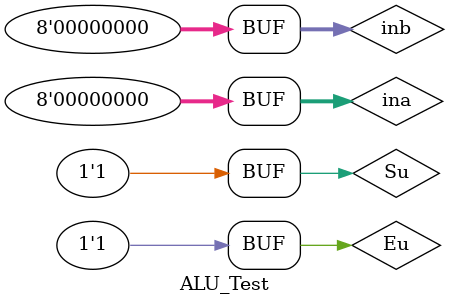
<source format=v>
`timescale 1ns / 1ps


module ALU_Test;

	// Inputs
	reg Su;
	reg Eu;
	reg [7:0] ina;
	reg [7:0] inb;

	// Outputs
	wire [7:0] result;

	// Instantiate the Unit Under Test (UUT)
	ALU uut (
		.Su(Su), 
		.Eu(Eu), 
		.ina(ina), 
		.inb(inb), 
		.result(result)
	);

	initial begin
		// Initialize Inputs
		Su = 0;
		Eu = 0;
		ina = 0;
		inb = 1;

		// Wait 100 ns for global reset to finish
		#100;
		
		Su = 0;
		Eu = 1;
		ina = 0;
		inb = 0;

		// Wait 100 ns for global reset to finish
		#100;
		Su = 1;
		Eu = 0;
		ina = 0;
		inb = 0;

		// Wait 100 ns for global reset to finish
		#100;
		Su = 1;
		Eu = 1;
		ina = 0;
		inb = 0;

		// Wait 100 ns for global reset to finish
		#100;
        
		// Add stimulus here

	end
      
endmodule


</source>
